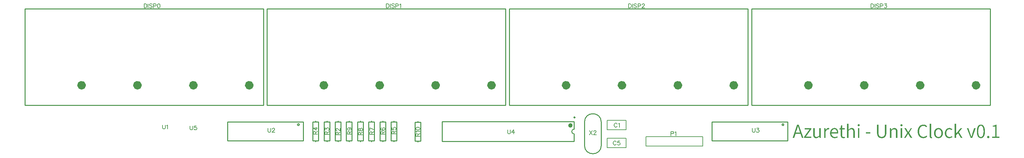
<source format=gto>
G04 Layer: TopSilkLayer*
G04 EasyEDA v6.1.34, Sun, 05 May 2019 19:16:01 GMT*
G04 77ecd07a251a4821b54f13b313e443d2,d2a06957bfed4711b46dd7a2d4eaa8b9,10*
G04 Gerber Generator version 0.2*
G04 Scale: 100 percent, Rotated: No, Reflected: No *
G04 Dimensions in millimeters *
G04 leading zeros omitted , absolute positions ,3 integer and 3 decimal *
%FSLAX33Y33*%
%MOMM*%
G90*
G71D02*

%ADD10C,0.254000*%
%ADD14C,1.499997*%
%ADD21C,0.228600*%
%ADD22C,0.200660*%
%ADD23C,0.203200*%
%ADD24C,0.202999*%
%ADD25C,0.599999*%
%ADD26C,0.299999*%
%ADD27C,0.152400*%

%LPD*%
G54D10*
G01X71096Y40944D02*
G01X135104Y40944D01*
G01X135104Y40944D02*
G01X135104Y14935D01*
G01X135104Y14935D02*
G01X71096Y14935D01*
G01X71096Y14935D02*
G01X71096Y40944D01*
G01X136095Y40944D02*
G01X200103Y40944D01*
G01X200103Y40944D02*
G01X200103Y14935D01*
G01X200103Y14935D02*
G01X136095Y14935D01*
G01X136095Y14935D02*
G01X136095Y40944D01*
G01X6096Y40944D02*
G01X70104Y40944D01*
G01X70104Y40944D02*
G01X70104Y14935D01*
G01X70104Y14935D02*
G01X6096Y14935D01*
G01X6096Y14935D02*
G01X6096Y40944D01*
G54D21*
G01X80759Y10480D02*
G01X60439Y10480D01*
G01X60439Y5400D01*
G01X80759Y5400D01*
G01X80759Y10480D01*
G01X210760Y10480D02*
G01X190440Y10480D01*
G01X190440Y5400D01*
G01X210760Y5400D01*
G01X210760Y10480D01*
G54D10*
G01X201095Y40944D02*
G01X265103Y40944D01*
G01X265103Y40944D02*
G01X265103Y14935D01*
G01X265103Y14935D02*
G01X201095Y14935D01*
G01X201095Y14935D02*
G01X201095Y40944D01*
G01X89337Y5399D02*
G01X89337Y10479D01*
G01X89337Y10479D02*
G01X90099Y10479D01*
G01X90099Y10479D02*
G01X90861Y10479D01*
G01X90861Y10479D02*
G01X90861Y5399D01*
G01X90861Y5399D02*
G01X90099Y5399D01*
G01X90099Y5399D02*
G01X89337Y5399D01*
G01X90099Y10479D02*
G01X90099Y10733D01*
G01X90099Y5399D02*
G01X90099Y5145D01*
G01X86338Y5399D02*
G01X86338Y10479D01*
G01X86338Y10479D02*
G01X87100Y10479D01*
G01X87100Y10479D02*
G01X87862Y10479D01*
G01X87862Y10479D02*
G01X87862Y5399D01*
G01X87862Y5399D02*
G01X87100Y5399D01*
G01X87100Y5399D02*
G01X86338Y5399D01*
G01X87100Y10479D02*
G01X87100Y10733D01*
G01X87100Y5399D02*
G01X87100Y5145D01*
G01X83338Y5399D02*
G01X83338Y10479D01*
G01X83338Y10479D02*
G01X84100Y10479D01*
G01X84100Y10479D02*
G01X84862Y10479D01*
G01X84862Y10479D02*
G01X84862Y5399D01*
G01X84862Y5399D02*
G01X84100Y5399D01*
G01X84100Y5399D02*
G01X83338Y5399D01*
G01X84100Y10479D02*
G01X84100Y10733D01*
G01X84100Y5399D02*
G01X84100Y5145D01*
G01X104337Y5399D02*
G01X104337Y10479D01*
G01X104337Y10479D02*
G01X105099Y10479D01*
G01X105099Y10479D02*
G01X105861Y10479D01*
G01X105861Y10479D02*
G01X105861Y5399D01*
G01X105861Y5399D02*
G01X105099Y5399D01*
G01X105099Y5399D02*
G01X104337Y5399D01*
G01X105099Y10479D02*
G01X105099Y10733D01*
G01X105099Y5399D02*
G01X105099Y5145D01*
G01X101337Y5399D02*
G01X101337Y10479D01*
G01X101337Y10479D02*
G01X102099Y10479D01*
G01X102099Y10479D02*
G01X102861Y10479D01*
G01X102861Y10479D02*
G01X102861Y5399D01*
G01X102861Y5399D02*
G01X102099Y5399D01*
G01X102099Y5399D02*
G01X101337Y5399D01*
G01X102099Y10479D02*
G01X102099Y10733D01*
G01X102099Y5399D02*
G01X102099Y5145D01*
G01X98338Y5399D02*
G01X98338Y10479D01*
G01X98338Y10479D02*
G01X99100Y10479D01*
G01X99100Y10479D02*
G01X99862Y10479D01*
G01X99862Y10479D02*
G01X99862Y5399D01*
G01X99862Y5399D02*
G01X99100Y5399D01*
G01X99100Y5399D02*
G01X98338Y5399D01*
G01X99100Y10479D02*
G01X99100Y10733D01*
G01X99100Y5399D02*
G01X99100Y5145D01*
G01X95337Y5399D02*
G01X95337Y10479D01*
G01X95337Y10479D02*
G01X96099Y10479D01*
G01X96099Y10479D02*
G01X96861Y10479D01*
G01X96861Y10479D02*
G01X96861Y5399D01*
G01X96861Y5399D02*
G01X96099Y5399D01*
G01X96099Y5399D02*
G01X95337Y5399D01*
G01X96099Y10479D02*
G01X96099Y10733D01*
G01X96099Y5399D02*
G01X96099Y5145D01*
G01X92338Y5399D02*
G01X92338Y10479D01*
G01X92338Y10479D02*
G01X93100Y10479D01*
G01X93100Y10479D02*
G01X93862Y10479D01*
G01X93862Y10479D02*
G01X93862Y5399D01*
G01X93862Y5399D02*
G01X93100Y5399D01*
G01X93100Y5399D02*
G01X92338Y5399D01*
G01X93100Y10479D02*
G01X93100Y10733D01*
G01X93100Y5399D02*
G01X93100Y5145D01*
G01X153462Y7239D02*
G01X153462Y5223D01*
G01X118063Y5223D01*
G01X118063Y10524D01*
G01X153462Y10524D01*
G01X153462Y8509D01*
G01X160743Y4126D02*
G01X160743Y10425D01*
G01X156248Y4126D02*
G01X156248Y10425D01*
G54D22*
G01X162333Y8333D02*
G01X167413Y8333D01*
G01X167413Y10873D01*
G01X162333Y10873D01*
G01X162333Y8333D01*
G01X162333Y3494D02*
G01X167413Y3494D01*
G01X167413Y6034D01*
G01X162333Y6034D01*
G01X162333Y3494D01*
G54D10*
G01X110744Y5334D02*
G01X110744Y10414D01*
G01X110744Y10414D02*
G01X111506Y10414D01*
G01X111506Y10414D02*
G01X112268Y10414D01*
G01X112268Y10414D02*
G01X112268Y5334D01*
G01X112268Y5334D02*
G01X111506Y5334D01*
G01X111506Y5334D02*
G01X110744Y5334D01*
G01X111506Y10414D02*
G01X111506Y10668D01*
G01X111506Y5334D02*
G01X111506Y5080D01*
G54D23*
G01X174625Y6477D02*
G01X172720Y6477D01*
G01X172720Y3937D01*
G01X187960Y3937D01*
G01X187960Y6477D01*
G54D24*
G01X187960Y6477D02*
G01X174625Y6477D01*

%LPD*%
G36*
G01X264633Y6712D02*
G01X264574Y6718D01*
G01X264515Y6712D01*
G01X264460Y6695D01*
G01X264410Y6668D01*
G01X264366Y6631D01*
G01X264330Y6586D01*
G01X264302Y6531D01*
G01X264285Y6469D01*
G01X264279Y6400D01*
G01X264285Y6334D01*
G01X264302Y6275D01*
G01X264330Y6222D01*
G01X264366Y6177D01*
G01X264410Y6140D01*
G01X264460Y6113D01*
G01X264515Y6096D01*
G01X264574Y6090D01*
G01X264633Y6096D01*
G01X264688Y6113D01*
G01X264739Y6140D01*
G01X264783Y6177D01*
G01X264819Y6222D01*
G01X264847Y6275D01*
G01X264865Y6334D01*
G01X264871Y6400D01*
G01X264865Y6469D01*
G01X264847Y6531D01*
G01X264819Y6586D01*
G01X264783Y6631D01*
G01X264739Y6668D01*
G01X264688Y6695D01*
G01X264633Y6712D01*
G37*

%LPD*%
G36*
G01X262652Y9750D02*
G01X262602Y9751D01*
G01X262553Y9750D01*
G01X262504Y9746D01*
G01X262457Y9740D01*
G01X262410Y9733D01*
G01X262365Y9723D01*
G01X262320Y9710D01*
G01X262277Y9696D01*
G01X262234Y9679D01*
G01X262193Y9661D01*
G01X262152Y9639D01*
G01X262113Y9616D01*
G01X262075Y9590D01*
G01X262038Y9562D01*
G01X262002Y9532D01*
G01X261967Y9500D01*
G01X261933Y9465D01*
G01X261901Y9427D01*
G01X261869Y9388D01*
G01X261839Y9347D01*
G01X261811Y9303D01*
G01X261783Y9256D01*
G01X261757Y9208D01*
G01X261732Y9157D01*
G01X261708Y9104D01*
G01X261686Y9048D01*
G01X261665Y8991D01*
G01X261645Y8930D01*
G01X261627Y8868D01*
G01X261609Y8803D01*
G01X261594Y8736D01*
G01X261579Y8666D01*
G01X261567Y8594D01*
G01X261555Y8520D01*
G01X261546Y8443D01*
G01X261537Y8365D01*
G01X261530Y8283D01*
G01X261525Y8200D01*
G01X261521Y8114D01*
G01X261519Y8025D01*
G01X261518Y7934D01*
G01X261519Y7843D01*
G01X261521Y7754D01*
G01X261525Y7667D01*
G01X261530Y7583D01*
G01X261537Y7501D01*
G01X261546Y7421D01*
G01X261555Y7344D01*
G01X261567Y7268D01*
G01X261579Y7196D01*
G01X261594Y7126D01*
G01X261609Y7058D01*
G01X261627Y6992D01*
G01X261645Y6928D01*
G01X261665Y6867D01*
G01X261686Y6809D01*
G01X261708Y6752D01*
G01X261732Y6698D01*
G01X261757Y6646D01*
G01X261783Y6597D01*
G01X261811Y6550D01*
G01X261839Y6504D01*
G01X261869Y6462D01*
G01X261901Y6422D01*
G01X261933Y6384D01*
G01X261967Y6348D01*
G01X262002Y6315D01*
G01X262038Y6284D01*
G01X262075Y6256D01*
G01X262113Y6229D01*
G01X262152Y6205D01*
G01X262193Y6183D01*
G01X262234Y6164D01*
G01X262277Y6146D01*
G01X262320Y6132D01*
G01X262365Y6119D01*
G01X262410Y6109D01*
G01X262457Y6101D01*
G01X262504Y6095D01*
G01X262553Y6091D01*
G01X262602Y6090D01*
G01X262652Y6091D01*
G01X262700Y6095D01*
G01X262747Y6101D01*
G01X262793Y6109D01*
G01X262839Y6119D01*
G01X262883Y6132D01*
G01X262927Y6146D01*
G01X262969Y6164D01*
G01X263010Y6183D01*
G01X263051Y6205D01*
G01X263090Y6229D01*
G01X263127Y6256D01*
G01X263164Y6284D01*
G01X263200Y6315D01*
G01X263234Y6348D01*
G01X263268Y6384D01*
G01X263300Y6422D01*
G01X263331Y6462D01*
G01X263361Y6504D01*
G01X263389Y6550D01*
G01X263417Y6597D01*
G01X263443Y6646D01*
G01X263468Y6698D01*
G01X263491Y6752D01*
G01X263513Y6809D01*
G01X263534Y6867D01*
G01X263554Y6928D01*
G01X263572Y6992D01*
G01X263589Y7058D01*
G01X263604Y7126D01*
G01X263618Y7196D01*
G01X263631Y7268D01*
G01X263642Y7344D01*
G01X263652Y7421D01*
G01X263660Y7501D01*
G01X263667Y7583D01*
G01X263672Y7667D01*
G01X263676Y7754D01*
G01X263678Y7843D01*
G01X263679Y7934D01*
G01X263678Y8025D01*
G01X263676Y8113D01*
G01X263672Y8199D01*
G01X263667Y8282D01*
G01X263660Y8363D01*
G01X263652Y8442D01*
G01X263642Y8519D01*
G01X263631Y8592D01*
G01X263618Y8664D01*
G01X263604Y8734D01*
G01X263589Y8801D01*
G01X263572Y8866D01*
G01X263554Y8928D01*
G01X263534Y8988D01*
G01X263513Y9046D01*
G01X263491Y9101D01*
G01X263468Y9155D01*
G01X263443Y9205D01*
G01X263417Y9254D01*
G01X263389Y9300D01*
G01X263361Y9345D01*
G01X263331Y9386D01*
G01X263300Y9426D01*
G01X263268Y9463D01*
G01X263234Y9498D01*
G01X263200Y9531D01*
G01X263164Y9561D01*
G01X263127Y9589D01*
G01X263090Y9615D01*
G01X263051Y9639D01*
G01X263010Y9660D01*
G01X262969Y9679D01*
G01X262927Y9696D01*
G01X262883Y9710D01*
G01X262839Y9723D01*
G01X262793Y9733D01*
G01X262747Y9740D01*
G01X262700Y9746D01*
G01X262652Y9750D01*
G37*

%LPC*%
G36*
G01X262641Y9429D02*
G01X262602Y9431D01*
G01X262563Y9429D01*
G01X262525Y9425D01*
G01X262488Y9418D01*
G01X262452Y9409D01*
G01X262417Y9396D01*
G01X262382Y9381D01*
G01X262348Y9363D01*
G01X262316Y9342D01*
G01X262284Y9318D01*
G01X262253Y9292D01*
G01X262224Y9262D01*
G01X262196Y9230D01*
G01X262169Y9194D01*
G01X262142Y9156D01*
G01X262117Y9115D01*
G01X262093Y9070D01*
G01X262071Y9023D01*
G01X262050Y8972D01*
G01X262029Y8919D01*
G01X262011Y8862D01*
G01X261994Y8803D01*
G01X261978Y8740D01*
G01X261963Y8674D01*
G01X261950Y8605D01*
G01X261938Y8532D01*
G01X261928Y8456D01*
G01X261919Y8377D01*
G01X261912Y8296D01*
G01X261907Y8210D01*
G01X261902Y8121D01*
G01X261900Y8029D01*
G01X261899Y7934D01*
G01X261900Y7837D01*
G01X261902Y7744D01*
G01X261907Y7654D01*
G01X261912Y7567D01*
G01X261919Y7483D01*
G01X261928Y7403D01*
G01X261938Y7326D01*
G01X261950Y7253D01*
G01X261963Y7182D01*
G01X261978Y7115D01*
G01X261994Y7051D01*
G01X262011Y6990D01*
G01X262029Y6933D01*
G01X262050Y6878D01*
G01X262071Y6827D01*
G01X262093Y6778D01*
G01X262117Y6733D01*
G01X262142Y6691D01*
G01X262169Y6652D01*
G01X262196Y6615D01*
G01X262224Y6582D01*
G01X262253Y6552D01*
G01X262284Y6525D01*
G01X262316Y6501D01*
G01X262348Y6480D01*
G01X262382Y6461D01*
G01X262417Y6446D01*
G01X262452Y6433D01*
G01X262488Y6423D01*
G01X262525Y6416D01*
G01X262563Y6412D01*
G01X262602Y6410D01*
G01X262641Y6412D01*
G01X262679Y6416D01*
G01X262716Y6423D01*
G01X262752Y6433D01*
G01X262787Y6446D01*
G01X262821Y6461D01*
G01X262854Y6480D01*
G01X262887Y6501D01*
G01X262918Y6525D01*
G01X262948Y6552D01*
G01X262978Y6582D01*
G01X263006Y6615D01*
G01X263033Y6652D01*
G01X263059Y6691D01*
G01X263083Y6733D01*
G01X263107Y6778D01*
G01X263129Y6827D01*
G01X263150Y6878D01*
G01X263169Y6933D01*
G01X263188Y6990D01*
G01X263205Y7051D01*
G01X263221Y7115D01*
G01X263235Y7182D01*
G01X263248Y7253D01*
G01X263260Y7326D01*
G01X263270Y7403D01*
G01X263279Y7483D01*
G01X263286Y7567D01*
G01X263291Y7654D01*
G01X263295Y7744D01*
G01X263297Y7837D01*
G01X263298Y7934D01*
G01X263297Y8029D01*
G01X263295Y8121D01*
G01X263291Y8210D01*
G01X263286Y8296D01*
G01X263279Y8377D01*
G01X263270Y8456D01*
G01X263260Y8532D01*
G01X263248Y8605D01*
G01X263235Y8674D01*
G01X263221Y8740D01*
G01X263205Y8803D01*
G01X263188Y8862D01*
G01X263169Y8919D01*
G01X263150Y8972D01*
G01X263129Y9023D01*
G01X263107Y9070D01*
G01X263083Y9115D01*
G01X263059Y9156D01*
G01X263033Y9194D01*
G01X263006Y9230D01*
G01X262978Y9262D01*
G01X262948Y9292D01*
G01X262918Y9318D01*
G01X262887Y9342D01*
G01X262854Y9363D01*
G01X262821Y9381D01*
G01X262787Y9396D01*
G01X262752Y9409D01*
G01X262716Y9418D01*
G01X262679Y9425D01*
G01X262641Y9429D01*
G37*

%LPD*%
G36*
G01X254250Y8825D02*
G01X254167Y8829D01*
G01X254112Y8828D01*
G01X254058Y8824D01*
G01X254004Y8818D01*
G01X253951Y8810D01*
G01X253898Y8800D01*
G01X253846Y8787D01*
G01X253795Y8773D01*
G01X253744Y8755D01*
G01X253695Y8736D01*
G01X253646Y8715D01*
G01X253599Y8691D01*
G01X253552Y8666D01*
G01X253507Y8638D01*
G01X253463Y8608D01*
G01X253420Y8576D01*
G01X253379Y8542D01*
G01X253339Y8506D01*
G01X253300Y8468D01*
G01X253262Y8428D01*
G01X253227Y8386D01*
G01X253193Y8341D01*
G01X253161Y8295D01*
G01X253131Y8247D01*
G01X253102Y8197D01*
G01X253075Y8145D01*
G01X253051Y8091D01*
G01X253028Y8036D01*
G01X253008Y7978D01*
G01X252990Y7919D01*
G01X252973Y7857D01*
G01X252960Y7794D01*
G01X252948Y7729D01*
G01X252939Y7663D01*
G01X252933Y7594D01*
G01X252929Y7524D01*
G01X252928Y7452D01*
G01X252929Y7381D01*
G01X252932Y7312D01*
G01X252938Y7245D01*
G01X252946Y7179D01*
G01X252957Y7115D01*
G01X252970Y7053D01*
G01X252985Y6993D01*
G01X253001Y6934D01*
G01X253021Y6877D01*
G01X253041Y6822D01*
G01X253064Y6769D01*
G01X253089Y6717D01*
G01X253116Y6668D01*
G01X253145Y6620D01*
G01X253175Y6575D01*
G01X253207Y6531D01*
G01X253241Y6489D01*
G01X253276Y6449D01*
G01X253313Y6411D01*
G01X253352Y6375D01*
G01X253392Y6342D01*
G01X253433Y6310D01*
G01X253476Y6280D01*
G01X253520Y6252D01*
G01X253566Y6227D01*
G01X253612Y6204D01*
G01X253661Y6182D01*
G01X253710Y6163D01*
G01X253760Y6146D01*
G01X253812Y6132D01*
G01X253864Y6119D01*
G01X253917Y6109D01*
G01X253971Y6101D01*
G01X254026Y6095D01*
G01X254082Y6091D01*
G01X254139Y6090D01*
G01X254199Y6092D01*
G01X254257Y6097D01*
G01X254314Y6104D01*
G01X254372Y6113D01*
G01X254428Y6126D01*
G01X254483Y6141D01*
G01X254537Y6160D01*
G01X254591Y6180D01*
G01X254643Y6202D01*
G01X254694Y6228D01*
G01X254745Y6255D01*
G01X254794Y6284D01*
G01X254841Y6316D01*
G01X254888Y6350D01*
G01X254933Y6386D01*
G01X254977Y6423D01*
G01X254805Y6685D01*
G01X254762Y6649D01*
G01X254718Y6615D01*
G01X254671Y6583D01*
G01X254622Y6552D01*
G01X254572Y6524D01*
G01X254519Y6498D01*
G01X254465Y6476D01*
G01X254409Y6457D01*
G01X254352Y6441D01*
G01X254293Y6430D01*
G01X254233Y6423D01*
G01X254172Y6421D01*
G01X254119Y6422D01*
G01X254067Y6427D01*
G01X254016Y6435D01*
G01X253967Y6446D01*
G01X253920Y6459D01*
G01X253874Y6475D01*
G01X253829Y6495D01*
G01X253786Y6517D01*
G01X253744Y6542D01*
G01X253704Y6569D01*
G01X253666Y6599D01*
G01X253630Y6632D01*
G01X253596Y6668D01*
G01X253563Y6705D01*
G01X253533Y6745D01*
G01X253504Y6787D01*
G01X253477Y6831D01*
G01X253453Y6878D01*
G01X253431Y6927D01*
G01X253410Y6977D01*
G01X253392Y7030D01*
G01X253376Y7085D01*
G01X253363Y7142D01*
G01X253352Y7200D01*
G01X253343Y7261D01*
G01X253337Y7323D01*
G01X253333Y7386D01*
G01X253331Y7452D01*
G01X253333Y7518D01*
G01X253337Y7582D01*
G01X253344Y7645D01*
G01X253353Y7706D01*
G01X253365Y7765D01*
G01X253379Y7822D01*
G01X253396Y7878D01*
G01X253415Y7931D01*
G01X253436Y7982D01*
G01X253459Y8032D01*
G01X253485Y8079D01*
G01X253513Y8124D01*
G01X253542Y8167D01*
G01X253574Y8207D01*
G01X253607Y8245D01*
G01X253643Y8281D01*
G01X253680Y8314D01*
G01X253719Y8344D01*
G01X253759Y8372D01*
G01X253800Y8398D01*
G01X253844Y8420D01*
G01X253888Y8440D01*
G01X253934Y8457D01*
G01X253982Y8470D01*
G01X254030Y8482D01*
G01X254080Y8489D01*
G01X254131Y8494D01*
G01X254182Y8496D01*
G01X254261Y8491D01*
G01X254336Y8479D01*
G01X254407Y8458D01*
G01X254476Y8429D01*
G01X254541Y8394D01*
G01X254604Y8352D01*
G01X254664Y8305D01*
G01X254723Y8252D01*
G01X254929Y8514D01*
G01X254882Y8556D01*
G01X254833Y8596D01*
G01X254781Y8634D01*
G01X254726Y8671D01*
G01X254669Y8705D01*
G01X254608Y8735D01*
G01X254544Y8762D01*
G01X254477Y8785D01*
G01X254405Y8803D01*
G01X254330Y8817D01*
G01X254250Y8825D01*
G37*

%LPD*%
G36*
G01X251271Y8828D02*
G01X251218Y8829D01*
G01X251165Y8828D01*
G01X251113Y8824D01*
G01X251061Y8818D01*
G01X251009Y8810D01*
G01X250959Y8800D01*
G01X250908Y8787D01*
G01X250859Y8773D01*
G01X250810Y8755D01*
G01X250763Y8736D01*
G01X250715Y8715D01*
G01X250670Y8691D01*
G01X250625Y8666D01*
G01X250581Y8638D01*
G01X250538Y8608D01*
G01X250497Y8576D01*
G01X250457Y8542D01*
G01X250418Y8506D01*
G01X250381Y8468D01*
G01X250345Y8428D01*
G01X250311Y8386D01*
G01X250278Y8341D01*
G01X250247Y8295D01*
G01X250218Y8247D01*
G01X250191Y8197D01*
G01X250165Y8145D01*
G01X250141Y8091D01*
G01X250119Y8036D01*
G01X250100Y7978D01*
G01X250082Y7919D01*
G01X250066Y7857D01*
G01X250053Y7794D01*
G01X250042Y7729D01*
G01X250033Y7663D01*
G01X250027Y7594D01*
G01X250023Y7524D01*
G01X250022Y7452D01*
G01X250023Y7381D01*
G01X250027Y7312D01*
G01X250033Y7245D01*
G01X250042Y7179D01*
G01X250053Y7115D01*
G01X250066Y7053D01*
G01X250082Y6993D01*
G01X250100Y6934D01*
G01X250119Y6877D01*
G01X250141Y6822D01*
G01X250165Y6769D01*
G01X250191Y6717D01*
G01X250218Y6668D01*
G01X250247Y6620D01*
G01X250278Y6575D01*
G01X250311Y6531D01*
G01X250345Y6489D01*
G01X250381Y6449D01*
G01X250418Y6411D01*
G01X250457Y6375D01*
G01X250497Y6342D01*
G01X250538Y6310D01*
G01X250581Y6280D01*
G01X250625Y6252D01*
G01X250670Y6227D01*
G01X250715Y6204D01*
G01X250763Y6182D01*
G01X250810Y6163D01*
G01X250859Y6146D01*
G01X250908Y6132D01*
G01X250959Y6119D01*
G01X251009Y6109D01*
G01X251061Y6101D01*
G01X251113Y6095D01*
G01X251165Y6091D01*
G01X251218Y6090D01*
G01X251271Y6091D01*
G01X251324Y6095D01*
G01X251376Y6101D01*
G01X251427Y6109D01*
G01X251478Y6119D01*
G01X251529Y6132D01*
G01X251578Y6146D01*
G01X251627Y6163D01*
G01X251675Y6182D01*
G01X251722Y6204D01*
G01X251768Y6227D01*
G01X251813Y6252D01*
G01X251857Y6280D01*
G01X251900Y6310D01*
G01X251941Y6342D01*
G01X251982Y6375D01*
G01X252020Y6411D01*
G01X252058Y6449D01*
G01X252094Y6489D01*
G01X252129Y6531D01*
G01X252162Y6575D01*
G01X252193Y6620D01*
G01X252222Y6668D01*
G01X252250Y6717D01*
G01X252276Y6769D01*
G01X252300Y6822D01*
G01X252322Y6877D01*
G01X252341Y6934D01*
G01X252359Y6993D01*
G01X252375Y7053D01*
G01X252388Y7115D01*
G01X252399Y7179D01*
G01X252408Y7245D01*
G01X252415Y7312D01*
G01X252418Y7381D01*
G01X252420Y7452D01*
G01X252418Y7524D01*
G01X252415Y7594D01*
G01X252408Y7663D01*
G01X252399Y7729D01*
G01X252388Y7794D01*
G01X252375Y7857D01*
G01X252359Y7919D01*
G01X252341Y7978D01*
G01X252322Y8036D01*
G01X252300Y8091D01*
G01X252276Y8145D01*
G01X252250Y8197D01*
G01X252222Y8247D01*
G01X252193Y8295D01*
G01X252162Y8341D01*
G01X252129Y8386D01*
G01X252094Y8428D01*
G01X252058Y8468D01*
G01X252020Y8506D01*
G01X251982Y8542D01*
G01X251941Y8576D01*
G01X251900Y8608D01*
G01X251857Y8638D01*
G01X251813Y8666D01*
G01X251768Y8691D01*
G01X251722Y8715D01*
G01X251675Y8736D01*
G01X251627Y8755D01*
G01X251578Y8773D01*
G01X251529Y8787D01*
G01X251478Y8800D01*
G01X251427Y8810D01*
G01X251376Y8818D01*
G01X251324Y8824D01*
G01X251271Y8828D01*
G37*

%LPC*%
G36*
G01X251276Y8494D02*
G01X251218Y8496D01*
G01X251161Y8494D01*
G01X251104Y8487D01*
G01X251050Y8476D01*
G01X250997Y8462D01*
G01X250946Y8443D01*
G01X250898Y8420D01*
G01X250850Y8394D01*
G01X250806Y8363D01*
G01X250763Y8330D01*
G01X250722Y8292D01*
G01X250684Y8251D01*
G01X250648Y8207D01*
G01X250614Y8160D01*
G01X250583Y8109D01*
G01X250555Y8056D01*
G01X250529Y7999D01*
G01X250506Y7940D01*
G01X250486Y7878D01*
G01X250469Y7813D01*
G01X250454Y7745D01*
G01X250443Y7675D01*
G01X250435Y7603D01*
G01X250430Y7529D01*
G01X250428Y7452D01*
G01X250430Y7376D01*
G01X250435Y7302D01*
G01X250443Y7230D01*
G01X250454Y7161D01*
G01X250469Y7094D01*
G01X250486Y7030D01*
G01X250506Y6969D01*
G01X250529Y6910D01*
G01X250555Y6854D01*
G01X250583Y6802D01*
G01X250614Y6751D01*
G01X250648Y6705D01*
G01X250684Y6661D01*
G01X250722Y6621D01*
G01X250763Y6584D01*
G01X250806Y6551D01*
G01X250850Y6521D01*
G01X250898Y6495D01*
G01X250946Y6472D01*
G01X250997Y6454D01*
G01X251050Y6439D01*
G01X251104Y6429D01*
G01X251161Y6423D01*
G01X251218Y6421D01*
G01X251276Y6423D01*
G01X251333Y6429D01*
G01X251387Y6439D01*
G01X251440Y6454D01*
G01X251492Y6472D01*
G01X251541Y6495D01*
G01X251589Y6521D01*
G01X251634Y6551D01*
G01X251677Y6584D01*
G01X251718Y6621D01*
G01X251757Y6661D01*
G01X251793Y6705D01*
G01X251827Y6751D01*
G01X251858Y6802D01*
G01X251887Y6854D01*
G01X251914Y6910D01*
G01X251937Y6969D01*
G01X251957Y7030D01*
G01X251975Y7094D01*
G01X251989Y7161D01*
G01X252001Y7230D01*
G01X252009Y7302D01*
G01X252014Y7376D01*
G01X252016Y7452D01*
G01X252014Y7529D01*
G01X252009Y7603D01*
G01X252001Y7675D01*
G01X251989Y7745D01*
G01X251975Y7813D01*
G01X251957Y7878D01*
G01X251937Y7940D01*
G01X251914Y7999D01*
G01X251887Y8056D01*
G01X251858Y8109D01*
G01X251827Y8160D01*
G01X251793Y8207D01*
G01X251757Y8251D01*
G01X251718Y8292D01*
G01X251677Y8330D01*
G01X251634Y8363D01*
G01X251589Y8394D01*
G01X251541Y8420D01*
G01X251492Y8443D01*
G01X251440Y8462D01*
G01X251387Y8476D01*
G01X251333Y8487D01*
G01X251276Y8494D01*
G37*

%LPD*%
G36*
G01X249270Y9994D02*
G01X248879Y9994D01*
G01X248879Y6631D01*
G01X248881Y6548D01*
G01X248890Y6470D01*
G01X248903Y6400D01*
G01X248922Y6336D01*
G01X248947Y6280D01*
G01X248978Y6231D01*
G01X249016Y6188D01*
G01X249060Y6153D01*
G01X249111Y6126D01*
G01X249167Y6106D01*
G01X249232Y6094D01*
G01X249303Y6090D01*
G01X249378Y6093D01*
G01X249439Y6101D01*
G01X249492Y6112D01*
G01X249539Y6126D01*
G01X249481Y6428D01*
G01X249450Y6424D01*
G01X249426Y6422D01*
G01X249408Y6421D01*
G01X249389Y6421D01*
G01X249343Y6431D01*
G01X249305Y6462D01*
G01X249279Y6519D01*
G01X249270Y6604D01*
G01X249270Y9994D01*
G37*

%LPD*%
G36*
G01X247274Y9748D02*
G01X247195Y9751D01*
G01X247139Y9750D01*
G01X247085Y9747D01*
G01X247030Y9742D01*
G01X246976Y9736D01*
G01X246924Y9728D01*
G01X246872Y9719D01*
G01X246820Y9707D01*
G01X246770Y9694D01*
G01X246720Y9679D01*
G01X246671Y9662D01*
G01X246623Y9644D01*
G01X246576Y9624D01*
G01X246529Y9603D01*
G01X246484Y9579D01*
G01X246439Y9554D01*
G01X246396Y9528D01*
G01X246353Y9500D01*
G01X246312Y9471D01*
G01X246271Y9439D01*
G01X246232Y9407D01*
G01X246194Y9373D01*
G01X246156Y9337D01*
G01X246120Y9299D01*
G01X246085Y9261D01*
G01X246051Y9220D01*
G01X246018Y9179D01*
G01X245987Y9135D01*
G01X245957Y9091D01*
G01X245928Y9045D01*
G01X245900Y8998D01*
G01X245874Y8949D01*
G01X245849Y8899D01*
G01X245825Y8847D01*
G01X245802Y8794D01*
G01X245782Y8740D01*
G01X245762Y8684D01*
G01X245743Y8627D01*
G01X245727Y8569D01*
G01X245712Y8510D01*
G01X245698Y8449D01*
G01X245686Y8387D01*
G01X245675Y8324D01*
G01X245666Y8260D01*
G01X245659Y8194D01*
G01X245653Y8127D01*
G01X245649Y8059D01*
G01X245646Y7990D01*
G01X245645Y7919D01*
G01X245646Y7849D01*
G01X245649Y7779D01*
G01X245653Y7710D01*
G01X245659Y7643D01*
G01X245666Y7577D01*
G01X245675Y7512D01*
G01X245685Y7449D01*
G01X245697Y7387D01*
G01X245711Y7326D01*
G01X245726Y7266D01*
G01X245742Y7208D01*
G01X245760Y7151D01*
G01X245779Y7096D01*
G01X245800Y7041D01*
G01X245822Y6989D01*
G01X245845Y6937D01*
G01X245869Y6887D01*
G01X245896Y6838D01*
G01X245923Y6791D01*
G01X245951Y6745D01*
G01X245981Y6701D01*
G01X246012Y6658D01*
G01X246044Y6616D01*
G01X246077Y6576D01*
G01X246112Y6537D01*
G01X246147Y6500D01*
G01X246184Y6465D01*
G01X246222Y6431D01*
G01X246260Y6399D01*
G01X246300Y6368D01*
G01X246340Y6338D01*
G01X246382Y6310D01*
G01X246425Y6284D01*
G01X246468Y6260D01*
G01X246513Y6237D01*
G01X246558Y6215D01*
G01X246605Y6196D01*
G01X246652Y6178D01*
G01X246700Y6161D01*
G01X246748Y6146D01*
G01X246848Y6122D01*
G01X246899Y6112D01*
G01X246951Y6105D01*
G01X247003Y6099D01*
G01X247056Y6094D01*
G01X247110Y6091D01*
G01X247164Y6090D01*
G01X247232Y6092D01*
G01X247299Y6096D01*
G01X247363Y6103D01*
G01X247426Y6112D01*
G01X247488Y6124D01*
G01X247548Y6139D01*
G01X247606Y6156D01*
G01X247663Y6176D01*
G01X247719Y6198D01*
G01X247772Y6223D01*
G01X247825Y6249D01*
G01X247876Y6279D01*
G01X247926Y6311D01*
G01X247975Y6345D01*
G01X248022Y6382D01*
G01X248068Y6421D01*
G01X248113Y6462D01*
G01X248157Y6505D01*
G01X248200Y6551D01*
G01X248241Y6598D01*
G01X248020Y6850D01*
G01X247976Y6802D01*
G01X247931Y6757D01*
G01X247886Y6715D01*
G01X247839Y6676D01*
G01X247792Y6640D01*
G01X247743Y6607D01*
G01X247694Y6576D01*
G01X247643Y6549D01*
G01X247592Y6524D01*
G01X247538Y6503D01*
G01X247483Y6485D01*
G01X247427Y6470D01*
G01X247369Y6459D01*
G01X247310Y6450D01*
G01X247248Y6445D01*
G01X247185Y6443D01*
G01X247127Y6445D01*
G01X247071Y6449D01*
G01X247016Y6455D01*
G01X246963Y6464D01*
G01X246910Y6476D01*
G01X246859Y6490D01*
G01X246810Y6507D01*
G01X246762Y6526D01*
G01X246714Y6548D01*
G01X246669Y6571D01*
G01X246625Y6597D01*
G01X246582Y6626D01*
G01X246541Y6657D01*
G01X246501Y6690D01*
G01X246463Y6725D01*
G01X246427Y6763D01*
G01X246392Y6803D01*
G01X246359Y6844D01*
G01X246327Y6888D01*
G01X246297Y6935D01*
G01X246268Y6982D01*
G01X246241Y7033D01*
G01X246216Y7085D01*
G01X246193Y7139D01*
G01X246171Y7195D01*
G01X246151Y7253D01*
G01X246133Y7313D01*
G01X246117Y7374D01*
G01X246102Y7438D01*
G01X246090Y7503D01*
G01X246079Y7570D01*
G01X246070Y7638D01*
G01X246064Y7708D01*
G01X246058Y7781D01*
G01X246055Y7854D01*
G01X246054Y7929D01*
G01X246055Y8004D01*
G01X246058Y8077D01*
G01X246064Y8149D01*
G01X246071Y8218D01*
G01X246080Y8287D01*
G01X246091Y8353D01*
G01X246104Y8418D01*
G01X246119Y8481D01*
G01X246136Y8542D01*
G01X246155Y8600D01*
G01X246175Y8658D01*
G01X246198Y8713D01*
G01X246222Y8767D01*
G01X246248Y8818D01*
G01X246275Y8867D01*
G01X246305Y8915D01*
G01X246335Y8960D01*
G01X246368Y9003D01*
G01X246402Y9045D01*
G01X246438Y9084D01*
G01X246475Y9121D01*
G01X246514Y9156D01*
G01X246554Y9188D01*
G01X246596Y9218D01*
G01X246639Y9247D01*
G01X246684Y9272D01*
G01X246730Y9295D01*
G01X246777Y9317D01*
G01X246826Y9336D01*
G01X246875Y9352D01*
G01X246926Y9365D01*
G01X246978Y9377D01*
G01X247032Y9386D01*
G01X247087Y9392D01*
G01X247143Y9396D01*
G01X247200Y9398D01*
G01X247276Y9395D01*
G01X247348Y9387D01*
G01X247418Y9373D01*
G01X247485Y9355D01*
G01X247550Y9332D01*
G01X247612Y9305D01*
G01X247672Y9273D01*
G01X247729Y9237D01*
G01X247783Y9198D01*
G01X247835Y9155D01*
G01X247885Y9109D01*
G01X247931Y9060D01*
G01X248155Y9319D01*
G01X248115Y9360D01*
G01X248073Y9402D01*
G01X248027Y9442D01*
G01X247980Y9480D01*
G01X247929Y9518D01*
G01X247875Y9553D01*
G01X247819Y9587D01*
G01X247760Y9618D01*
G01X247698Y9647D01*
G01X247634Y9673D01*
G01X247567Y9695D01*
G01X247498Y9714D01*
G01X247425Y9730D01*
G01X247351Y9741D01*
G01X247274Y9748D01*
G37*

%LPD*%
G36*
G01X235143Y9687D02*
G01X234744Y9687D01*
G01X234744Y7586D01*
G01X234745Y7504D01*
G01X234748Y7423D01*
G01X234753Y7346D01*
G01X234760Y7272D01*
G01X234769Y7200D01*
G01X234780Y7131D01*
G01X234793Y7064D01*
G01X234807Y7000D01*
G01X234823Y6938D01*
G01X234841Y6879D01*
G01X234861Y6822D01*
G01X234882Y6768D01*
G01X234905Y6716D01*
G01X234930Y6667D01*
G01X234956Y6620D01*
G01X234983Y6575D01*
G01X235012Y6532D01*
G01X235042Y6492D01*
G01X235074Y6454D01*
G01X235107Y6418D01*
G01X235142Y6384D01*
G01X235178Y6352D01*
G01X235215Y6322D01*
G01X235253Y6294D01*
G01X235292Y6268D01*
G01X235333Y6244D01*
G01X235374Y6221D01*
G01X235416Y6201D01*
G01X235460Y6183D01*
G01X235505Y6166D01*
G01X235550Y6151D01*
G01X235596Y6138D01*
G01X235643Y6126D01*
G01X235691Y6117D01*
G01X235740Y6109D01*
G01X235789Y6102D01*
G01X235840Y6097D01*
G01X235890Y6093D01*
G01X235942Y6091D01*
G01X235993Y6090D01*
G01X236045Y6091D01*
G01X236097Y6093D01*
G01X236147Y6097D01*
G01X236197Y6102D01*
G01X236246Y6109D01*
G01X236295Y6117D01*
G01X236342Y6126D01*
G01X236390Y6138D01*
G01X236436Y6151D01*
G01X236481Y6166D01*
G01X236526Y6183D01*
G01X236569Y6201D01*
G01X236612Y6221D01*
G01X236653Y6244D01*
G01X236693Y6268D01*
G01X236733Y6294D01*
G01X236771Y6322D01*
G01X236808Y6352D01*
G01X236844Y6384D01*
G01X236878Y6418D01*
G01X236911Y6454D01*
G01X236943Y6492D01*
G01X236974Y6532D01*
G01X237003Y6575D01*
G01X237031Y6620D01*
G01X237057Y6667D01*
G01X237081Y6716D01*
G01X237104Y6768D01*
G01X237126Y6822D01*
G01X237146Y6879D01*
G01X237163Y6938D01*
G01X237180Y7000D01*
G01X237194Y7064D01*
G01X237207Y7131D01*
G01X237218Y7200D01*
G01X237227Y7272D01*
G01X237234Y7346D01*
G01X237239Y7423D01*
G01X237242Y7504D01*
G01X237243Y7586D01*
G01X237243Y9687D01*
G01X236862Y9687D01*
G01X236862Y7581D01*
G01X236861Y7490D01*
G01X236856Y7404D01*
G01X236849Y7322D01*
G01X236839Y7245D01*
G01X236827Y7171D01*
G01X236811Y7102D01*
G01X236794Y7037D01*
G01X236773Y6976D01*
G01X236751Y6918D01*
G01X236726Y6865D01*
G01X236700Y6815D01*
G01X236671Y6769D01*
G01X236640Y6726D01*
G01X236607Y6687D01*
G01X236572Y6651D01*
G01X236536Y6618D01*
G01X236498Y6588D01*
G01X236458Y6561D01*
G01X236417Y6538D01*
G01X236374Y6517D01*
G01X236331Y6499D01*
G01X236286Y6484D01*
G01X236239Y6471D01*
G01X236192Y6461D01*
G01X236144Y6453D01*
G01X236095Y6448D01*
G01X236044Y6444D01*
G01X235993Y6443D01*
G01X235943Y6444D01*
G01X235893Y6448D01*
G01X235845Y6453D01*
G01X235797Y6461D01*
G01X235750Y6471D01*
G01X235704Y6484D01*
G01X235660Y6499D01*
G01X235617Y6517D01*
G01X235575Y6538D01*
G01X235535Y6561D01*
G01X235496Y6588D01*
G01X235459Y6618D01*
G01X235423Y6651D01*
G01X235390Y6687D01*
G01X235358Y6726D01*
G01X235328Y6769D01*
G01X235300Y6815D01*
G01X235274Y6865D01*
G01X235250Y6918D01*
G01X235228Y6976D01*
G01X235209Y7037D01*
G01X235192Y7102D01*
G01X235177Y7171D01*
G01X235165Y7245D01*
G01X235155Y7322D01*
G01X235148Y7404D01*
G01X235144Y7490D01*
G01X235143Y7581D01*
G01X235143Y9687D01*
G37*

%LPD*%
G36*
G01X225394Y9499D02*
G01X225061Y9499D01*
G01X225018Y8760D01*
G01X224609Y8735D01*
G01X224609Y8437D01*
G01X225003Y8437D01*
G01X225003Y6941D01*
G01X225004Y6878D01*
G01X225006Y6817D01*
G01X225011Y6757D01*
G01X225019Y6700D01*
G01X225027Y6645D01*
G01X225039Y6592D01*
G01X225053Y6541D01*
G01X225068Y6493D01*
G01X225087Y6447D01*
G01X225109Y6403D01*
G01X225132Y6362D01*
G01X225159Y6324D01*
G01X225188Y6288D01*
G01X225221Y6255D01*
G01X225256Y6225D01*
G01X225294Y6197D01*
G01X225336Y6173D01*
G01X225381Y6151D01*
G01X225430Y6133D01*
G01X225481Y6118D01*
G01X225536Y6106D01*
G01X225595Y6098D01*
G01X225658Y6092D01*
G01X225724Y6090D01*
G01X225779Y6092D01*
G01X225836Y6099D01*
G01X225895Y6108D01*
G01X225954Y6120D01*
G01X226014Y6135D01*
G01X226073Y6151D01*
G01X226131Y6169D01*
G01X226187Y6187D01*
G01X226108Y6482D01*
G01X226038Y6457D01*
G01X225960Y6436D01*
G01X225881Y6421D01*
G01X225806Y6416D01*
G01X225731Y6420D01*
G01X225666Y6431D01*
G01X225608Y6451D01*
G01X225559Y6478D01*
G01X225517Y6511D01*
G01X225481Y6552D01*
G01X225453Y6599D01*
G01X225431Y6653D01*
G01X225414Y6712D01*
G01X225403Y6778D01*
G01X225396Y6849D01*
G01X225394Y6926D01*
G01X225394Y8437D01*
G01X226113Y8437D01*
G01X226113Y8760D01*
G01X225394Y8760D01*
G01X225394Y9499D01*
G37*

%LPD*%
G36*
G01X223356Y8827D02*
G01X223296Y8829D01*
G01X223246Y8828D01*
G01X223196Y8823D01*
G01X223147Y8818D01*
G01X223098Y8809D01*
G01X223050Y8799D01*
G01X223002Y8785D01*
G01X222954Y8770D01*
G01X222907Y8752D01*
G01X222861Y8733D01*
G01X222816Y8711D01*
G01X222772Y8686D01*
G01X222728Y8660D01*
G01X222685Y8631D01*
G01X222644Y8601D01*
G01X222604Y8568D01*
G01X222564Y8534D01*
G01X222526Y8497D01*
G01X222490Y8458D01*
G01X222454Y8418D01*
G01X222420Y8375D01*
G01X222388Y8331D01*
G01X222357Y8284D01*
G01X222328Y8236D01*
G01X222301Y8186D01*
G01X222275Y8134D01*
G01X222252Y8080D01*
G01X222230Y8025D01*
G01X222210Y7968D01*
G01X222193Y7909D01*
G01X222177Y7849D01*
G01X222164Y7786D01*
G01X222153Y7723D01*
G01X222144Y7657D01*
G01X222138Y7590D01*
G01X222134Y7522D01*
G01X222133Y7452D01*
G01X222134Y7382D01*
G01X222138Y7313D01*
G01X222144Y7246D01*
G01X222152Y7181D01*
G01X222163Y7117D01*
G01X222176Y7055D01*
G01X222192Y6994D01*
G01X222209Y6936D01*
G01X222229Y6879D01*
G01X222251Y6824D01*
G01X222274Y6771D01*
G01X222300Y6720D01*
G01X222328Y6670D01*
G01X222357Y6622D01*
G01X222389Y6577D01*
G01X222422Y6533D01*
G01X222456Y6491D01*
G01X222493Y6451D01*
G01X222530Y6413D01*
G01X222570Y6377D01*
G01X222611Y6343D01*
G01X222653Y6311D01*
G01X222697Y6281D01*
G01X222742Y6253D01*
G01X222788Y6228D01*
G01X222836Y6205D01*
G01X222885Y6183D01*
G01X222935Y6164D01*
G01X222986Y6147D01*
G01X223037Y6132D01*
G01X223090Y6119D01*
G01X223144Y6109D01*
G01X223199Y6101D01*
G01X223254Y6095D01*
G01X223310Y6091D01*
G01X223367Y6090D01*
G01X223434Y6092D01*
G01X223499Y6096D01*
G01X223561Y6103D01*
G01X223622Y6112D01*
G01X223681Y6123D01*
G01X223737Y6137D01*
G01X223792Y6152D01*
G01X223846Y6170D01*
G01X223897Y6188D01*
G01X223948Y6209D01*
G01X223997Y6231D01*
G01X224044Y6255D01*
G01X224090Y6279D01*
G01X224136Y6304D01*
G01X224180Y6330D01*
G01X224223Y6357D01*
G01X224078Y6616D01*
G01X224030Y6585D01*
G01X223980Y6556D01*
G01X223929Y6529D01*
G01X223878Y6504D01*
G01X223825Y6482D01*
G01X223770Y6462D01*
G01X223715Y6446D01*
G01X223658Y6431D01*
G01X223600Y6420D01*
G01X223540Y6412D01*
G01X223479Y6407D01*
G01X223415Y6405D01*
G01X223351Y6407D01*
G01X223289Y6414D01*
G01X223228Y6423D01*
G01X223170Y6437D01*
G01X223114Y6454D01*
G01X223060Y6475D01*
G01X223007Y6499D01*
G01X222958Y6527D01*
G01X222910Y6558D01*
G01X222866Y6592D01*
G01X222823Y6630D01*
G01X222783Y6671D01*
G01X222745Y6715D01*
G01X222711Y6761D01*
G01X222679Y6811D01*
G01X222649Y6863D01*
G01X222623Y6918D01*
G01X222600Y6975D01*
G01X222579Y7035D01*
G01X222561Y7098D01*
G01X222547Y7163D01*
G01X222536Y7230D01*
G01X222528Y7299D01*
G01X222524Y7371D01*
G01X224304Y7371D01*
G01X224314Y7421D01*
G01X224319Y7479D01*
G01X224322Y7542D01*
G01X224322Y7607D01*
G01X224321Y7676D01*
G01X224318Y7744D01*
G01X224312Y7811D01*
G01X224305Y7875D01*
G01X224295Y7938D01*
G01X224283Y7999D01*
G01X224269Y8058D01*
G01X224253Y8115D01*
G01X224235Y8170D01*
G01X224215Y8224D01*
G01X224193Y8274D01*
G01X224169Y8324D01*
G01X224143Y8371D01*
G01X224115Y8416D01*
G01X224085Y8459D01*
G01X224053Y8499D01*
G01X224019Y8538D01*
G01X223983Y8575D01*
G01X223946Y8609D01*
G01X223907Y8640D01*
G01X223865Y8670D01*
G01X223822Y8696D01*
G01X223777Y8721D01*
G01X223731Y8743D01*
G01X223682Y8763D01*
G01X223632Y8780D01*
G01X223580Y8795D01*
G01X223527Y8807D01*
G01X223472Y8816D01*
G01X223415Y8823D01*
G01X223356Y8827D01*
G37*

%LPC*%
G36*
G01X223364Y8506D02*
G01X223301Y8509D01*
G01X223244Y8506D01*
G01X223187Y8499D01*
G01X223131Y8488D01*
G01X223077Y8472D01*
G01X223024Y8451D01*
G01X222972Y8426D01*
G01X222922Y8397D01*
G01X222874Y8364D01*
G01X222829Y8326D01*
G01X222785Y8284D01*
G01X222744Y8239D01*
G01X222706Y8189D01*
G01X222671Y8136D01*
G01X222638Y8078D01*
G01X222609Y8017D01*
G01X222584Y7952D01*
G01X222561Y7883D01*
G01X222543Y7811D01*
G01X222529Y7734D01*
G01X222519Y7655D01*
G01X223977Y7655D01*
G01X223975Y7737D01*
G01X223969Y7815D01*
G01X223960Y7889D01*
G01X223947Y7958D01*
G01X223931Y8024D01*
G01X223911Y8086D01*
G01X223888Y8143D01*
G01X223861Y8197D01*
G01X223831Y8246D01*
G01X223798Y8291D01*
G01X223762Y8332D01*
G01X223722Y8369D01*
G01X223680Y8401D01*
G01X223634Y8430D01*
G01X223586Y8454D01*
G01X223534Y8473D01*
G01X223480Y8489D01*
G01X223423Y8500D01*
G01X223364Y8506D01*
G37*

%LPD*%
G36*
G01X218005Y8760D02*
G01X217617Y8760D01*
G01X217617Y7104D01*
G01X217618Y7023D01*
G01X217622Y6944D01*
G01X217628Y6869D01*
G01X217637Y6798D01*
G01X217649Y6729D01*
G01X217663Y6665D01*
G01X217680Y6604D01*
G01X217700Y6546D01*
G01X217723Y6491D01*
G01X217748Y6439D01*
G01X217776Y6392D01*
G01X217807Y6347D01*
G01X217841Y6307D01*
G01X217877Y6269D01*
G01X217917Y6236D01*
G01X217959Y6205D01*
G01X218004Y6178D01*
G01X218053Y6155D01*
G01X218104Y6136D01*
G01X218159Y6119D01*
G01X218216Y6107D01*
G01X218276Y6098D01*
G01X218340Y6092D01*
G01X218406Y6090D01*
G01X218474Y6092D01*
G01X218538Y6099D01*
G01X218601Y6110D01*
G01X218661Y6125D01*
G01X218719Y6144D01*
G01X218776Y6167D01*
G01X218831Y6193D01*
G01X218885Y6223D01*
G01X218937Y6256D01*
G01X218988Y6292D01*
G01X219037Y6331D01*
G01X219087Y6373D01*
G01X219134Y6418D01*
G01X219182Y6466D01*
G01X219229Y6516D01*
G01X219275Y6568D01*
G01X219290Y6568D01*
G01X219323Y6154D01*
G01X219646Y6154D01*
G01X219646Y8760D01*
G01X219257Y8760D01*
G01X219257Y6893D01*
G01X219209Y6835D01*
G01X219162Y6781D01*
G01X219116Y6732D01*
G01X219071Y6686D01*
G01X219026Y6645D01*
G01X218983Y6607D01*
G01X218939Y6573D01*
G01X218895Y6543D01*
G01X218851Y6517D01*
G01X218807Y6494D01*
G01X218763Y6475D01*
G01X218717Y6460D01*
G01X218671Y6449D01*
G01X218623Y6440D01*
G01X218574Y6435D01*
G01X218523Y6433D01*
G01X218457Y6436D01*
G01X218395Y6443D01*
G01X218339Y6457D01*
G01X218287Y6475D01*
G01X218240Y6499D01*
G01X218198Y6529D01*
G01X218160Y6564D01*
G01X218126Y6605D01*
G01X218097Y6652D01*
G01X218072Y6705D01*
G01X218051Y6764D01*
G01X218034Y6829D01*
G01X218021Y6900D01*
G01X218012Y6977D01*
G01X218007Y7062D01*
G01X218005Y7152D01*
G01X218005Y8760D01*
G37*

%LPD*%
G36*
G01X266842Y9687D02*
G01X266542Y9687D01*
G01X266495Y9660D01*
G01X266447Y9634D01*
G01X266396Y9610D01*
G01X266343Y9586D01*
G01X266288Y9565D01*
G01X266230Y9544D01*
G01X266170Y9525D01*
G01X266107Y9507D01*
G01X266042Y9490D01*
G01X265974Y9474D01*
G01X265902Y9459D01*
G01X265828Y9446D01*
G01X265828Y9189D01*
G01X266451Y9189D01*
G01X266451Y6482D01*
G01X265658Y6482D01*
G01X265658Y6154D01*
G01X267561Y6154D01*
G01X267561Y6482D01*
G01X266842Y6482D01*
G01X266842Y9687D01*
G37*

%LPD*%
G36*
G01X259283Y8760D02*
G01X258874Y8760D01*
G01X259824Y6154D01*
G01X260281Y6154D01*
G01X261213Y8760D01*
G01X260827Y8760D01*
G01X260311Y7244D01*
G01X260292Y7180D01*
G01X260271Y7116D01*
G01X260230Y6987D01*
G01X260208Y6922D01*
G01X260166Y6792D01*
G01X260124Y6664D01*
G01X260084Y6538D01*
G01X260065Y6477D01*
G01X260045Y6477D01*
G01X260024Y6538D01*
G01X260004Y6601D01*
G01X259983Y6664D01*
G01X259942Y6792D01*
G01X259879Y6987D01*
G01X259818Y7180D01*
G01X259798Y7244D01*
G01X259283Y8760D01*
G37*

%LPD*%
G36*
G01X255953Y9994D02*
G01X255572Y9994D01*
G01X255572Y6154D01*
G01X255953Y6154D01*
G01X255953Y6845D01*
G01X256466Y7442D01*
G01X257251Y6154D01*
G01X257680Y6154D01*
G01X256692Y7719D01*
G01X257561Y8760D01*
G01X257126Y8760D01*
G01X255968Y7338D01*
G01X255953Y7338D01*
G01X255953Y9994D01*
G37*

%LPD*%
G36*
G01X242503Y8760D02*
G01X242079Y8760D01*
G01X242874Y7515D01*
G01X242011Y6154D01*
G01X242425Y6154D01*
G01X242798Y6786D01*
G01X242866Y6906D01*
G01X242933Y7025D01*
G01X242967Y7084D01*
G01X243037Y7200D01*
G01X243072Y7259D01*
G01X243098Y7259D01*
G01X243169Y7142D01*
G01X243205Y7084D01*
G01X243241Y7025D01*
G01X243277Y6965D01*
G01X243313Y6906D01*
G01X243348Y6846D01*
G01X243382Y6786D01*
G01X243781Y6154D01*
G01X244210Y6154D01*
G01X243352Y7477D01*
G01X244144Y8760D01*
G01X243738Y8760D01*
G01X243395Y8166D01*
G01X243365Y8111D01*
G01X243305Y8003D01*
G01X243275Y7948D01*
G01X243246Y7894D01*
G01X243185Y7786D01*
G01X243154Y7731D01*
G01X243136Y7731D01*
G01X243102Y7786D01*
G01X243067Y7840D01*
G01X243033Y7894D01*
G01X243000Y7948D01*
G01X242966Y8003D01*
G01X242933Y8057D01*
G01X242869Y8166D01*
G01X242503Y8760D01*
G37*

%LPD*%
G36*
G01X241490Y8760D02*
G01X241099Y8760D01*
G01X241099Y6154D01*
G01X241490Y6154D01*
G01X241490Y8760D01*
G37*

%LPD*%
G36*
G01X239497Y8827D02*
G01X239430Y8829D01*
G01X239364Y8826D01*
G01X239300Y8819D01*
G01X239238Y8808D01*
G01X239177Y8793D01*
G01X239118Y8774D01*
G01X239061Y8751D01*
G01X239005Y8725D01*
G01X238951Y8696D01*
G01X238898Y8664D01*
G01X238845Y8629D01*
G01X238795Y8592D01*
G01X238744Y8553D01*
G01X238695Y8512D01*
G01X238647Y8469D01*
G01X238598Y8425D01*
G01X238551Y8379D01*
G01X238536Y8379D01*
G01X238498Y8760D01*
G01X238178Y8760D01*
G01X238178Y6154D01*
G01X238569Y6154D01*
G01X238569Y8061D01*
G01X238619Y8112D01*
G01X238668Y8160D01*
G01X238715Y8204D01*
G01X238762Y8245D01*
G01X238807Y8283D01*
G01X238851Y8319D01*
G01X238896Y8350D01*
G01X238940Y8378D01*
G01X238985Y8403D01*
G01X239029Y8425D01*
G01X239074Y8443D01*
G01X239120Y8459D01*
G01X239166Y8470D01*
G01X239214Y8479D01*
G01X239262Y8484D01*
G01X239313Y8486D01*
G01X239378Y8483D01*
G01X239439Y8475D01*
G01X239495Y8462D01*
G01X239546Y8443D01*
G01X239593Y8419D01*
G01X239635Y8389D01*
G01X239673Y8353D01*
G01X239706Y8311D01*
G01X239735Y8264D01*
G01X239761Y8211D01*
G01X239782Y8151D01*
G01X239799Y8086D01*
G01X239812Y8014D01*
G01X239822Y7936D01*
G01X239827Y7852D01*
G01X239829Y7762D01*
G01X239829Y6154D01*
G01X240225Y6154D01*
G01X240225Y7810D01*
G01X240224Y7892D01*
G01X240220Y7970D01*
G01X240213Y8045D01*
G01X240204Y8116D01*
G01X240192Y8185D01*
G01X240177Y8250D01*
G01X240160Y8311D01*
G01X240140Y8370D01*
G01X240117Y8425D01*
G01X240091Y8476D01*
G01X240063Y8524D01*
G01X240032Y8569D01*
G01X239997Y8610D01*
G01X239960Y8648D01*
G01X239920Y8682D01*
G01X239878Y8712D01*
G01X239832Y8740D01*
G01X239784Y8763D01*
G01X239732Y8783D01*
G01X239677Y8799D01*
G01X239620Y8812D01*
G01X239560Y8821D01*
G01X239497Y8827D01*
G37*

%LPD*%
G36*
G01X230009Y8760D02*
G01X229618Y8760D01*
G01X229618Y6154D01*
G01X230009Y6154D01*
G01X230009Y8760D01*
G37*

%LPD*%
G36*
G01X227103Y9994D02*
G01X226712Y9994D01*
G01X226712Y6154D01*
G01X227103Y6154D01*
G01X227103Y8061D01*
G01X227153Y8112D01*
G01X227201Y8160D01*
G01X227248Y8204D01*
G01X227294Y8245D01*
G01X227340Y8283D01*
G01X227384Y8319D01*
G01X227429Y8350D01*
G01X227473Y8378D01*
G01X227517Y8403D01*
G01X227562Y8425D01*
G01X227606Y8443D01*
G01X227653Y8459D01*
G01X227699Y8470D01*
G01X227747Y8479D01*
G01X227797Y8484D01*
G01X227848Y8486D01*
G01X227913Y8483D01*
G01X227973Y8475D01*
G01X228029Y8462D01*
G01X228080Y8443D01*
G01X228127Y8419D01*
G01X228169Y8389D01*
G01X228207Y8353D01*
G01X228241Y8311D01*
G01X228270Y8264D01*
G01X228295Y8211D01*
G01X228317Y8151D01*
G01X228333Y8086D01*
G01X228347Y8014D01*
G01X228356Y7936D01*
G01X228361Y7852D01*
G01X228363Y7762D01*
G01X228363Y6154D01*
G01X228760Y6154D01*
G01X228760Y7810D01*
G01X228758Y7892D01*
G01X228754Y7970D01*
G01X228748Y8045D01*
G01X228738Y8116D01*
G01X228727Y8185D01*
G01X228712Y8250D01*
G01X228694Y8311D01*
G01X228674Y8370D01*
G01X228651Y8425D01*
G01X228625Y8476D01*
G01X228597Y8524D01*
G01X228565Y8569D01*
G01X228531Y8610D01*
G01X228494Y8648D01*
G01X228454Y8682D01*
G01X228412Y8712D01*
G01X228366Y8740D01*
G01X228317Y8763D01*
G01X228265Y8783D01*
G01X228211Y8799D01*
G01X228153Y8812D01*
G01X228093Y8821D01*
G01X228029Y8827D01*
G01X227962Y8829D01*
G01X227896Y8826D01*
G01X227832Y8819D01*
G01X227771Y8808D01*
G01X227711Y8793D01*
G01X227653Y8774D01*
G01X227596Y8751D01*
G01X227540Y8726D01*
G01X227486Y8697D01*
G01X227433Y8665D01*
G01X227381Y8631D01*
G01X227331Y8594D01*
G01X227281Y8555D01*
G01X227232Y8515D01*
G01X227183Y8472D01*
G01X227135Y8429D01*
G01X227088Y8384D01*
G01X227103Y8930D01*
G01X227103Y9994D01*
G37*

%LPD*%
G36*
G01X221747Y8825D02*
G01X221670Y8829D01*
G01X221616Y8826D01*
G01X221561Y8818D01*
G01X221508Y8806D01*
G01X221455Y8789D01*
G01X221404Y8768D01*
G01X221354Y8742D01*
G01X221305Y8712D01*
G01X221257Y8678D01*
G01X221211Y8641D01*
G01X221165Y8599D01*
G01X221122Y8554D01*
G01X221080Y8506D01*
G01X221040Y8455D01*
G01X221002Y8400D01*
G01X220966Y8342D01*
G01X220931Y8282D01*
G01X220916Y8282D01*
G01X220878Y8760D01*
G01X220560Y8760D01*
G01X220560Y6154D01*
G01X220949Y6154D01*
G01X220949Y7853D01*
G01X220984Y7934D01*
G01X221021Y8010D01*
G01X221059Y8078D01*
G01X221099Y8140D01*
G01X221140Y8197D01*
G01X221182Y8247D01*
G01X221225Y8292D01*
G01X221269Y8331D01*
G01X221313Y8365D01*
G01X221358Y8394D01*
G01X221403Y8418D01*
G01X221447Y8437D01*
G01X221491Y8452D01*
G01X221535Y8462D01*
G01X221577Y8468D01*
G01X221620Y8470D01*
G01X221689Y8467D01*
G01X221749Y8459D01*
G01X221806Y8446D01*
G01X221866Y8427D01*
G01X221945Y8770D01*
G01X221881Y8798D01*
G01X221816Y8815D01*
G01X221747Y8825D01*
G37*

%LPD*%
G36*
G01X217065Y8760D02*
G01X215308Y8760D01*
G01X215308Y8437D01*
G01X216562Y8437D01*
G01X215153Y6367D01*
G01X215153Y6154D01*
G01X217109Y6154D01*
G01X217109Y6477D01*
G01X215651Y6477D01*
G01X217065Y8552D01*
G01X217065Y8760D01*
G37*

%LPD*%
G36*
G01X213758Y9687D02*
G01X213321Y9687D01*
G01X212115Y6154D01*
G01X212514Y6154D01*
G01X212877Y7269D01*
G01X214193Y7269D01*
G01X214546Y6154D01*
G01X214970Y6154D01*
G01X213758Y9687D01*
G37*

%LPC*%
G36*
G01X213542Y9354D02*
G01X213522Y9354D01*
G01X213505Y9291D01*
G01X213470Y9167D01*
G01X213436Y9045D01*
G01X213418Y8986D01*
G01X213401Y8926D01*
G01X213365Y8807D01*
G01X213330Y8689D01*
G01X213311Y8630D01*
G01X213293Y8571D01*
G01X213256Y8454D01*
G01X213238Y8395D01*
G01X213200Y8277D01*
G01X213161Y8158D01*
G01X212979Y7581D01*
G01X214094Y7581D01*
G01X213908Y8158D01*
G01X213888Y8218D01*
G01X213869Y8277D01*
G01X213849Y8336D01*
G01X213830Y8396D01*
G01X213792Y8514D01*
G01X213737Y8690D01*
G01X213720Y8749D01*
G01X213666Y8928D01*
G01X213631Y9047D01*
G01X213614Y9108D01*
G01X213578Y9230D01*
G01X213542Y9354D01*
G37*

%LPD*%
G36*
G01X232976Y7655D02*
G01X231757Y7655D01*
G01X231757Y7345D01*
G01X232976Y7345D01*
G01X232976Y7655D01*
G37*

%LPD*%
G36*
G01X241354Y9850D02*
G01X241297Y9855D01*
G01X241238Y9850D01*
G01X241183Y9836D01*
G01X241134Y9814D01*
G01X241093Y9783D01*
G01X241059Y9744D01*
G01X241034Y9698D01*
G01X241018Y9645D01*
G01X241012Y9585D01*
G01X241018Y9530D01*
G01X241034Y9478D01*
G01X241059Y9433D01*
G01X241093Y9394D01*
G01X241134Y9362D01*
G01X241183Y9339D01*
G01X241238Y9324D01*
G01X241297Y9319D01*
G01X241354Y9324D01*
G01X241407Y9339D01*
G01X241455Y9362D01*
G01X241497Y9394D01*
G01X241532Y9433D01*
G01X241559Y9478D01*
G01X241575Y9530D01*
G01X241581Y9585D01*
G01X241575Y9645D01*
G01X241559Y9698D01*
G01X241532Y9744D01*
G01X241497Y9783D01*
G01X241455Y9814D01*
G01X241407Y9836D01*
G01X241354Y9850D01*
G37*

%LPD*%
G36*
G01X229873Y9850D02*
G01X229816Y9855D01*
G01X229757Y9850D01*
G01X229702Y9836D01*
G01X229654Y9814D01*
G01X229612Y9783D01*
G01X229578Y9744D01*
G01X229553Y9698D01*
G01X229537Y9645D01*
G01X229532Y9585D01*
G01X229537Y9530D01*
G01X229553Y9478D01*
G01X229578Y9433D01*
G01X229612Y9394D01*
G01X229654Y9362D01*
G01X229702Y9339D01*
G01X229757Y9324D01*
G01X229816Y9319D01*
G01X229873Y9324D01*
G01X229926Y9339D01*
G01X229974Y9362D01*
G01X230016Y9394D01*
G01X230051Y9433D01*
G01X230078Y9478D01*
G01X230095Y9530D01*
G01X230101Y9585D01*
G01X230095Y9645D01*
G01X230078Y9698D01*
G01X230051Y9744D01*
G01X230016Y9783D01*
G01X229974Y9814D01*
G01X229926Y9836D01*
G01X229873Y9850D01*
G37*

%LPD*%
G54D27*
G01X103100Y42288D02*
G01X103100Y41198D01*
G01X103100Y42288D02*
G01X103463Y42288D01*
G01X103620Y42237D01*
G01X103722Y42133D01*
G01X103775Y42029D01*
G01X103826Y41874D01*
G01X103826Y41615D01*
G01X103775Y41457D01*
G01X103722Y41353D01*
G01X103620Y41249D01*
G01X103463Y41198D01*
G01X103100Y41198D01*
G01X104169Y42288D02*
G01X104169Y41198D01*
G01X105241Y42133D02*
G01X105137Y42237D01*
G01X104979Y42288D01*
G01X104773Y42288D01*
G01X104616Y42237D01*
G01X104512Y42133D01*
G01X104512Y42029D01*
G01X104565Y41925D01*
G01X104616Y41874D01*
G01X104720Y41821D01*
G01X105032Y41716D01*
G01X105137Y41666D01*
G01X105187Y41615D01*
G01X105241Y41511D01*
G01X105241Y41353D01*
G01X105137Y41249D01*
G01X104979Y41198D01*
G01X104773Y41198D01*
G01X104616Y41249D01*
G01X104512Y41353D01*
G01X105584Y42288D02*
G01X105584Y41198D01*
G01X105584Y42288D02*
G01X106051Y42288D01*
G01X106206Y42237D01*
G01X106259Y42186D01*
G01X106310Y42082D01*
G01X106310Y41925D01*
G01X106259Y41821D01*
G01X106206Y41770D01*
G01X106051Y41716D01*
G01X105584Y41716D01*
G01X106653Y42082D02*
G01X106757Y42133D01*
G01X106912Y42288D01*
G01X106912Y41198D01*
G01X168099Y42288D02*
G01X168099Y41198D01*
G01X168099Y42288D02*
G01X168463Y42288D01*
G01X168620Y42237D01*
G01X168722Y42133D01*
G01X168775Y42029D01*
G01X168826Y41874D01*
G01X168826Y41615D01*
G01X168775Y41457D01*
G01X168722Y41353D01*
G01X168620Y41249D01*
G01X168463Y41198D01*
G01X168099Y41198D01*
G01X169169Y42288D02*
G01X169169Y41198D01*
G01X170241Y42133D02*
G01X170137Y42237D01*
G01X169979Y42288D01*
G01X169773Y42288D01*
G01X169616Y42237D01*
G01X169512Y42133D01*
G01X169512Y42029D01*
G01X169565Y41925D01*
G01X169616Y41874D01*
G01X169720Y41821D01*
G01X170032Y41716D01*
G01X170137Y41666D01*
G01X170187Y41615D01*
G01X170241Y41511D01*
G01X170241Y41353D01*
G01X170137Y41249D01*
G01X169979Y41198D01*
G01X169773Y41198D01*
G01X169616Y41249D01*
G01X169512Y41353D01*
G01X170584Y42288D02*
G01X170584Y41198D01*
G01X170584Y42288D02*
G01X171051Y42288D01*
G01X171206Y42237D01*
G01X171259Y42186D01*
G01X171310Y42082D01*
G01X171310Y41925D01*
G01X171259Y41821D01*
G01X171206Y41770D01*
G01X171051Y41716D01*
G01X170584Y41716D01*
G01X171706Y42029D02*
G01X171706Y42082D01*
G01X171757Y42186D01*
G01X171808Y42237D01*
G01X171912Y42288D01*
G01X172120Y42288D01*
G01X172224Y42237D01*
G01X172278Y42186D01*
G01X172329Y42082D01*
G01X172329Y41978D01*
G01X172278Y41874D01*
G01X172174Y41716D01*
G01X171653Y41198D01*
G01X172379Y41198D01*
G01X38100Y42288D02*
G01X38100Y41198D01*
G01X38100Y42288D02*
G01X38463Y42288D01*
G01X38620Y42237D01*
G01X38722Y42133D01*
G01X38775Y42029D01*
G01X38826Y41874D01*
G01X38826Y41615D01*
G01X38775Y41457D01*
G01X38722Y41353D01*
G01X38620Y41249D01*
G01X38463Y41198D01*
G01X38100Y41198D01*
G01X39169Y42288D02*
G01X39169Y41198D01*
G01X40241Y42133D02*
G01X40137Y42237D01*
G01X39979Y42288D01*
G01X39773Y42288D01*
G01X39616Y42237D01*
G01X39512Y42133D01*
G01X39512Y42029D01*
G01X39565Y41925D01*
G01X39616Y41874D01*
G01X39720Y41821D01*
G01X40032Y41716D01*
G01X40137Y41666D01*
G01X40187Y41615D01*
G01X40241Y41511D01*
G01X40241Y41353D01*
G01X40137Y41249D01*
G01X39979Y41198D01*
G01X39773Y41198D01*
G01X39616Y41249D01*
G01X39512Y41353D01*
G01X40584Y42288D02*
G01X40584Y41198D01*
G01X40584Y42288D02*
G01X41051Y42288D01*
G01X41206Y42237D01*
G01X41259Y42186D01*
G01X41310Y42082D01*
G01X41310Y41925D01*
G01X41259Y41821D01*
G01X41206Y41770D01*
G01X41051Y41716D01*
G01X40584Y41716D01*
G01X41965Y42288D02*
G01X41808Y42237D01*
G01X41706Y42082D01*
G01X41653Y41821D01*
G01X41653Y41666D01*
G01X41706Y41407D01*
G01X41808Y41249D01*
G01X41965Y41198D01*
G01X42070Y41198D01*
G01X42224Y41249D01*
G01X42329Y41407D01*
G01X42379Y41666D01*
G01X42379Y41821D01*
G01X42329Y42082D01*
G01X42224Y42237D01*
G01X42070Y42288D01*
G01X41965Y42288D01*
G01X71349Y8742D02*
G01X71349Y7965D01*
G01X71400Y7807D01*
G01X71504Y7703D01*
G01X71662Y7652D01*
G01X71766Y7652D01*
G01X71921Y7703D01*
G01X72025Y7807D01*
G01X72076Y7965D01*
G01X72076Y8742D01*
G01X72472Y8483D02*
G01X72472Y8536D01*
G01X72523Y8640D01*
G01X72576Y8691D01*
G01X72680Y8742D01*
G01X72886Y8742D01*
G01X72990Y8691D01*
G01X73044Y8640D01*
G01X73094Y8536D01*
G01X73094Y8432D01*
G01X73044Y8328D01*
G01X72939Y8171D01*
G01X72419Y7652D01*
G01X73148Y7652D01*
G01X201301Y8742D02*
G01X201301Y7965D01*
G01X201352Y7807D01*
G01X201456Y7703D01*
G01X201614Y7652D01*
G01X201718Y7652D01*
G01X201873Y7703D01*
G01X201977Y7807D01*
G01X202028Y7965D01*
G01X202028Y8742D01*
G01X202475Y8742D02*
G01X203046Y8742D01*
G01X202737Y8328D01*
G01X202892Y8328D01*
G01X202996Y8275D01*
G01X203046Y8224D01*
G01X203100Y8069D01*
G01X203100Y7965D01*
G01X203046Y7807D01*
G01X202942Y7703D01*
G01X202787Y7652D01*
G01X202632Y7652D01*
G01X202475Y7703D01*
G01X202424Y7757D01*
G01X202371Y7861D01*
G01X233099Y42288D02*
G01X233099Y41198D01*
G01X233099Y42288D02*
G01X233463Y42288D01*
G01X233620Y42237D01*
G01X233722Y42133D01*
G01X233775Y42029D01*
G01X233826Y41874D01*
G01X233826Y41615D01*
G01X233775Y41457D01*
G01X233722Y41353D01*
G01X233620Y41249D01*
G01X233463Y41198D01*
G01X233099Y41198D01*
G01X234169Y42288D02*
G01X234169Y41198D01*
G01X235241Y42133D02*
G01X235137Y42237D01*
G01X234979Y42288D01*
G01X234773Y42288D01*
G01X234616Y42237D01*
G01X234512Y42133D01*
G01X234512Y42029D01*
G01X234565Y41925D01*
G01X234616Y41874D01*
G01X234720Y41821D01*
G01X235032Y41716D01*
G01X235137Y41666D01*
G01X235187Y41615D01*
G01X235241Y41511D01*
G01X235241Y41353D01*
G01X235137Y41249D01*
G01X234979Y41198D01*
G01X234773Y41198D01*
G01X234616Y41249D01*
G01X234512Y41353D01*
G01X235584Y42288D02*
G01X235584Y41198D01*
G01X235584Y42288D02*
G01X236051Y42288D01*
G01X236206Y42237D01*
G01X236259Y42186D01*
G01X236310Y42082D01*
G01X236310Y41925D01*
G01X236259Y41821D01*
G01X236206Y41770D01*
G01X236051Y41716D01*
G01X235584Y41716D01*
G01X236757Y42288D02*
G01X237329Y42288D01*
G01X237016Y41874D01*
G01X237174Y41874D01*
G01X237278Y41821D01*
G01X237329Y41770D01*
G01X237379Y41615D01*
G01X237379Y41511D01*
G01X237329Y41353D01*
G01X237224Y41249D01*
G01X237070Y41198D01*
G01X236912Y41198D01*
G01X236757Y41249D01*
G01X236706Y41302D01*
G01X236653Y41407D01*
G01X89565Y6964D02*
G01X90655Y6964D01*
G01X89565Y6964D02*
G01X89565Y7432D01*
G01X89616Y7586D01*
G01X89667Y7640D01*
G01X89771Y7691D01*
G01X89875Y7691D01*
G01X89980Y7640D01*
G01X90033Y7586D01*
G01X90084Y7432D01*
G01X90084Y6964D01*
G01X90084Y7327D02*
G01X90655Y7691D01*
G01X89825Y8087D02*
G01X89771Y8087D01*
G01X89667Y8138D01*
G01X89616Y8191D01*
G01X89565Y8295D01*
G01X89565Y8501D01*
G01X89616Y8605D01*
G01X89667Y8658D01*
G01X89771Y8709D01*
G01X89875Y8709D01*
G01X89980Y8658D01*
G01X90137Y8554D01*
G01X90655Y8034D01*
G01X90655Y8763D01*
G01X86614Y7091D02*
G01X87703Y7091D01*
G01X86614Y7091D02*
G01X86614Y7559D01*
G01X86664Y7713D01*
G01X86715Y7767D01*
G01X86819Y7818D01*
G01X86923Y7818D01*
G01X87028Y7767D01*
G01X87081Y7713D01*
G01X87132Y7559D01*
G01X87132Y7091D01*
G01X87132Y7454D02*
G01X87703Y7818D01*
G01X86614Y8265D02*
G01X86614Y8836D01*
G01X87028Y8526D01*
G01X87028Y8681D01*
G01X87081Y8785D01*
G01X87132Y8836D01*
G01X87287Y8890D01*
G01X87391Y8890D01*
G01X87548Y8836D01*
G01X87652Y8732D01*
G01X87703Y8577D01*
G01X87703Y8422D01*
G01X87652Y8265D01*
G01X87599Y8214D01*
G01X87495Y8161D01*
G01X83534Y7167D02*
G01X84624Y7167D01*
G01X83534Y7167D02*
G01X83534Y7635D01*
G01X83585Y7790D01*
G01X83636Y7843D01*
G01X83740Y7894D01*
G01X83844Y7894D01*
G01X83949Y7843D01*
G01X84002Y7790D01*
G01X84053Y7635D01*
G01X84053Y7167D01*
G01X84053Y7531D02*
G01X84624Y7894D01*
G01X83534Y8757D02*
G01X84261Y8237D01*
G01X84261Y9017D01*
G01X83534Y8757D02*
G01X84624Y8757D01*
G01X104582Y7218D02*
G01X105672Y7218D01*
G01X104582Y7218D02*
G01X104582Y7686D01*
G01X104633Y7840D01*
G01X104684Y7894D01*
G01X104788Y7945D01*
G01X104892Y7945D01*
G01X104996Y7894D01*
G01X105050Y7840D01*
G01X105101Y7686D01*
G01X105101Y7218D01*
G01X105101Y7581D02*
G01X105672Y7945D01*
G01X104582Y8912D02*
G01X104582Y8392D01*
G01X105050Y8341D01*
G01X104996Y8392D01*
G01X104946Y8549D01*
G01X104946Y8704D01*
G01X104996Y8859D01*
G01X105101Y8963D01*
G01X105256Y9017D01*
G01X105360Y9017D01*
G01X105517Y8963D01*
G01X105621Y8859D01*
G01X105672Y8704D01*
G01X105672Y8549D01*
G01X105621Y8392D01*
G01X105568Y8341D01*
G01X105464Y8288D01*
G01X101610Y7151D02*
G01X102700Y7151D01*
G01X101610Y7151D02*
G01X101610Y7619D01*
G01X101661Y7776D01*
G01X101712Y7827D01*
G01X101816Y7880D01*
G01X101920Y7880D01*
G01X102024Y7827D01*
G01X102078Y7776D01*
G01X102128Y7619D01*
G01X102128Y7151D01*
G01X102128Y7517D02*
G01X102700Y7880D01*
G01X101765Y8845D02*
G01X101661Y8795D01*
G01X101610Y8637D01*
G01X101610Y8533D01*
G01X101661Y8378D01*
G01X101816Y8274D01*
G01X102078Y8223D01*
G01X102337Y8223D01*
G01X102545Y8274D01*
G01X102649Y8378D01*
G01X102700Y8533D01*
G01X102700Y8586D01*
G01X102649Y8741D01*
G01X102545Y8845D01*
G01X102387Y8899D01*
G01X102337Y8899D01*
G01X102182Y8845D01*
G01X102078Y8741D01*
G01X102024Y8586D01*
G01X102024Y8533D01*
G01X102078Y8378D01*
G01X102182Y8274D01*
G01X102337Y8223D01*
G01X98678Y7091D02*
G01X99768Y7091D01*
G01X98678Y7091D02*
G01X98678Y7559D01*
G01X98729Y7713D01*
G01X98780Y7767D01*
G01X98884Y7818D01*
G01X98988Y7818D01*
G01X99092Y7767D01*
G01X99146Y7713D01*
G01X99197Y7559D01*
G01X99197Y7091D01*
G01X99197Y7454D02*
G01X99768Y7818D01*
G01X98678Y8890D02*
G01X99768Y8369D01*
G01X98678Y8161D02*
G01X98678Y8890D01*
G01X95599Y6964D02*
G01X96689Y6964D01*
G01X95599Y6964D02*
G01X95599Y7432D01*
G01X95650Y7586D01*
G01X95701Y7640D01*
G01X95805Y7691D01*
G01X95909Y7691D01*
G01X96013Y7640D01*
G01X96067Y7586D01*
G01X96118Y7432D01*
G01X96118Y6964D01*
G01X96118Y7327D02*
G01X96689Y7691D01*
G01X95599Y8295D02*
G01X95650Y8138D01*
G01X95754Y8087D01*
G01X95859Y8087D01*
G01X95963Y8138D01*
G01X96013Y8242D01*
G01X96067Y8450D01*
G01X96118Y8605D01*
G01X96222Y8709D01*
G01X96326Y8763D01*
G01X96481Y8763D01*
G01X96585Y8709D01*
G01X96638Y8658D01*
G01X96689Y8501D01*
G01X96689Y8295D01*
G01X96638Y8138D01*
G01X96585Y8087D01*
G01X96481Y8034D01*
G01X96326Y8034D01*
G01X96222Y8087D01*
G01X96118Y8191D01*
G01X96067Y8346D01*
G01X96013Y8554D01*
G01X95963Y8658D01*
G01X95859Y8709D01*
G01X95754Y8709D01*
G01X95650Y8658D01*
G01X95599Y8501D01*
G01X95599Y8295D01*
G01X92647Y7144D02*
G01X93737Y7144D01*
G01X92647Y7144D02*
G01X92647Y7612D01*
G01X92698Y7767D01*
G01X92749Y7820D01*
G01X92853Y7871D01*
G01X92957Y7871D01*
G01X93062Y7820D01*
G01X93115Y7767D01*
G01X93166Y7612D01*
G01X93166Y7144D01*
G01X93166Y7508D02*
G01X93737Y7871D01*
G01X93011Y8889D02*
G01X93166Y8839D01*
G01X93270Y8735D01*
G01X93321Y8580D01*
G01X93321Y8526D01*
G01X93270Y8371D01*
G01X93166Y8267D01*
G01X93011Y8214D01*
G01X92957Y8214D01*
G01X92802Y8267D01*
G01X92698Y8371D01*
G01X92647Y8526D01*
G01X92647Y8580D01*
G01X92698Y8735D01*
G01X92802Y8839D01*
G01X93011Y8889D01*
G01X93270Y8889D01*
G01X93529Y8839D01*
G01X93686Y8735D01*
G01X93737Y8580D01*
G01X93737Y8475D01*
G01X93686Y8318D01*
G01X93582Y8267D01*
G01X135636Y8382D02*
G01X135636Y7602D01*
G01X135686Y7447D01*
G01X135790Y7343D01*
G01X135948Y7289D01*
G01X136052Y7289D01*
G01X136207Y7343D01*
G01X136311Y7447D01*
G01X136362Y7602D01*
G01X136362Y8382D01*
G01X137226Y8382D02*
G01X136705Y7653D01*
G01X137485Y7653D01*
G01X137226Y8382D02*
G01X137226Y7289D01*
G01X157607Y8127D02*
G01X158333Y7038D01*
G01X158333Y8127D02*
G01X157607Y7038D01*
G01X158729Y7868D02*
G01X158729Y7922D01*
G01X158780Y8026D01*
G01X158833Y8077D01*
G01X158937Y8127D01*
G01X159143Y8127D01*
G01X159247Y8077D01*
G01X159301Y8026D01*
G01X159351Y7922D01*
G01X159351Y7818D01*
G01X159301Y7713D01*
G01X159197Y7556D01*
G01X158676Y7038D01*
G01X159405Y7038D01*
G01X164990Y9900D02*
G01X164937Y10005D01*
G01X164833Y10109D01*
G01X164731Y10160D01*
G01X164523Y10160D01*
G01X164419Y10109D01*
G01X164315Y10005D01*
G01X164261Y9900D01*
G01X164211Y9746D01*
G01X164211Y9486D01*
G01X164261Y9329D01*
G01X164315Y9225D01*
G01X164419Y9121D01*
G01X164523Y9070D01*
G01X164731Y9070D01*
G01X164833Y9121D01*
G01X164937Y9225D01*
G01X164990Y9329D01*
G01X165333Y9954D02*
G01X165437Y10005D01*
G01X165592Y10160D01*
G01X165592Y9070D01*
G01X164736Y5074D02*
G01X164683Y5179D01*
G01X164579Y5283D01*
G01X164477Y5334D01*
G01X164269Y5334D01*
G01X164165Y5283D01*
G01X164061Y5179D01*
G01X164007Y5074D01*
G01X163957Y4919D01*
G01X163957Y4660D01*
G01X164007Y4503D01*
G01X164061Y4399D01*
G01X164165Y4295D01*
G01X164269Y4244D01*
G01X164477Y4244D01*
G01X164579Y4295D01*
G01X164683Y4399D01*
G01X164736Y4503D01*
G01X165701Y5334D02*
G01X165183Y5334D01*
G01X165130Y4866D01*
G01X165183Y4919D01*
G01X165338Y4970D01*
G01X165493Y4970D01*
G01X165651Y4919D01*
G01X165755Y4815D01*
G01X165806Y4660D01*
G01X165806Y4556D01*
G01X165755Y4399D01*
G01X165651Y4295D01*
G01X165493Y4244D01*
G01X165338Y4244D01*
G01X165183Y4295D01*
G01X165130Y4348D01*
G01X165079Y4452D01*
G01X110998Y6616D02*
G01X112087Y6616D01*
G01X110998Y6616D02*
G01X110998Y7084D01*
G01X111048Y7239D01*
G01X111099Y7292D01*
G01X111203Y7343D01*
G01X111307Y7343D01*
G01X111412Y7292D01*
G01X111465Y7239D01*
G01X111516Y7084D01*
G01X111516Y6616D01*
G01X111516Y6979D02*
G01X112087Y7343D01*
G01X111203Y7686D02*
G01X111152Y7790D01*
G01X110998Y7947D01*
G01X112087Y7947D01*
G01X110998Y8600D02*
G01X111048Y8445D01*
G01X111203Y8341D01*
G01X111465Y8290D01*
G01X111620Y8290D01*
G01X111879Y8341D01*
G01X112036Y8445D01*
G01X112087Y8600D01*
G01X112087Y8704D01*
G01X112036Y8862D01*
G01X111879Y8966D01*
G01X111620Y9017D01*
G01X111465Y9017D01*
G01X111203Y8966D01*
G01X111048Y8862D01*
G01X110998Y8704D01*
G01X110998Y8600D01*
G01X179451Y7874D02*
G01X179451Y6784D01*
G01X179451Y7874D02*
G01X179918Y7874D01*
G01X180073Y7823D01*
G01X180126Y7772D01*
G01X180177Y7668D01*
G01X180177Y7510D01*
G01X180126Y7406D01*
G01X180073Y7355D01*
G01X179918Y7302D01*
G01X179451Y7302D01*
G01X180520Y7668D02*
G01X180624Y7719D01*
G01X180781Y7874D01*
G01X180781Y6784D01*
G01X43053Y9664D02*
G01X43053Y8887D01*
G01X43103Y8729D01*
G01X43207Y8625D01*
G01X43365Y8575D01*
G01X43469Y8575D01*
G01X43624Y8625D01*
G01X43728Y8729D01*
G01X43779Y8887D01*
G01X43779Y9664D01*
G01X44122Y9458D02*
G01X44226Y9509D01*
G01X44383Y9664D01*
G01X44383Y8575D01*
G01X50419Y9410D02*
G01X50419Y8633D01*
G01X50469Y8475D01*
G01X50573Y8371D01*
G01X50731Y8321D01*
G01X50835Y8321D01*
G01X50990Y8371D01*
G01X51094Y8475D01*
G01X51145Y8633D01*
G01X51145Y9410D01*
G01X52113Y9410D02*
G01X51592Y9410D01*
G01X51541Y8943D01*
G01X51592Y8996D01*
G01X51749Y9047D01*
G01X51904Y9047D01*
G01X52059Y8996D01*
G01X52163Y8892D01*
G01X52217Y8737D01*
G01X52217Y8633D01*
G01X52163Y8475D01*
G01X52059Y8371D01*
G01X51904Y8321D01*
G01X51749Y8321D01*
G01X51592Y8371D01*
G01X51541Y8425D01*
G01X51488Y8529D01*
G54D25*
G75*
G01X152763Y9525D02*
G03X152763Y9520I-300J-3D01*
G01*
G54D10*
G75*
G01X153464Y8509D02*
G03X153464Y7239I0J-635D01*
G01*
G54D26*
G75*
G01X153703Y11674D02*
G03X153703Y11671I-150J-1D01*
G01*
G54D10*
G75*
G01X156248Y4126D02*
G03X160744Y4126I2248J0D01*
G01*
G75*
G01X160744Y10426D02*
G03X156248Y10426I-2248J0D01*
G01*
G54D14*
G75*
G01X86717Y20345D02*
G03X86717Y20345I-406J0D01*
G01*
G75*
G01X101703Y20345D02*
G03X101703Y20345I-406J0D01*
G01*
G75*
G01X116715Y20345D02*
G03X116715Y20345I-406J0D01*
G01*
G75*
G01X131701Y20345D02*
G03X131701Y20345I-406J0D01*
G01*
G75*
G01X151717Y20345D02*
G03X151717Y20345I-406J0D01*
G01*
G75*
G01X166703Y20345D02*
G03X166703Y20345I-406J0D01*
G01*
G75*
G01X181714Y20345D02*
G03X181714Y20345I-406J0D01*
G01*
G75*
G01X196700Y20345D02*
G03X196700Y20345I-406J0D01*
G01*
G75*
G01X21717Y20345D02*
G03X21717Y20345I-406J0D01*
G01*
G75*
G01X36703Y20345D02*
G03X36703Y20345I-406J0D01*
G01*
G75*
G01X51714Y20345D02*
G03X51714Y20345I-406J0D01*
G01*
G75*
G01X66700Y20345D02*
G03X66700Y20345I-406J0D01*
G01*
G54D10*
G75*
G01X79744Y9718D02*
G03X79744Y9718I-254J0D01*
G01*
G75*
G01X209744Y9718D02*
G03X209744Y9718I-254J0D01*
G01*
G54D14*
G75*
G01X216717Y20345D02*
G03X216717Y20345I-406J0D01*
G01*
G75*
G01X231703Y20345D02*
G03X231703Y20345I-406J0D01*
G01*
G75*
G01X246715Y20345D02*
G03X246715Y20345I-406J0D01*
G01*
G75*
G01X261701Y20345D02*
G03X261701Y20345I-406J0D01*
G01*
M00*
M02*

</source>
